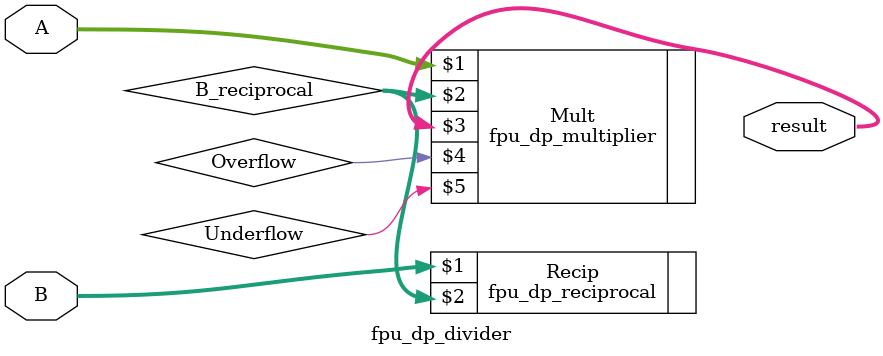
<source format=v>
module fpu_dp_divider #(parameter WIDTH=64) (input [WIDTH-1:0] A,input [WIDTH-1:0] B, output [WIDTH-1:0] result);

	// A/B = A * 1/B
	wire [WIDTH-1:0] B_reciprocal;
	wire Overflow;
	wire Underflow;

	fpu_dp_reciprocal Recip(B, B_reciprocal);

	fpu_dp_multiplier Mult(A, B_reciprocal, result, Overflow, Underflow);
	

endmodule
</source>
